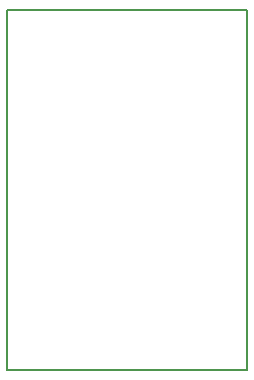
<source format=gko>
G04 #@! TF.FileFunction,Profile,NP*
%FSLAX46Y46*%
G04 Gerber Fmt 4.6, Leading zero omitted, Abs format (unit mm)*
G04 Created by KiCad (PCBNEW 4.0.6+dfsg1-1) date Mon Feb 26 15:54:24 2018*
%MOMM*%
%LPD*%
G01*
G04 APERTURE LIST*
%ADD10C,0.100000*%
%ADD11C,0.150000*%
G04 APERTURE END LIST*
D10*
D11*
X71120Y76200D02*
X71120Y30556200D01*
X20391120Y76200D02*
X71120Y76200D01*
X20391120Y30556200D02*
X20391120Y76200D01*
X71120Y30556200D02*
X20391120Y30556200D01*
M02*

</source>
